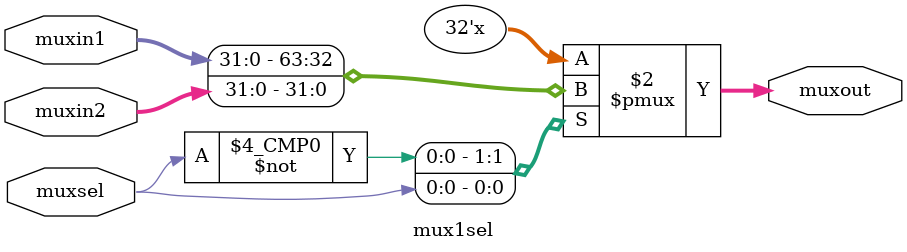
<source format=sv>
`timescale 1ns / 1ps


module mux1sel(
    input [31:0] muxin1, muxin2,
    input muxsel,
    output logic [31:0]muxout
    );
    
    
    always_comb begin
        case(muxsel)
            1'b0:
                muxout = muxin1;
            1'b1:
                muxout = muxin2;
        endcase
    end
    
endmodule

</source>
